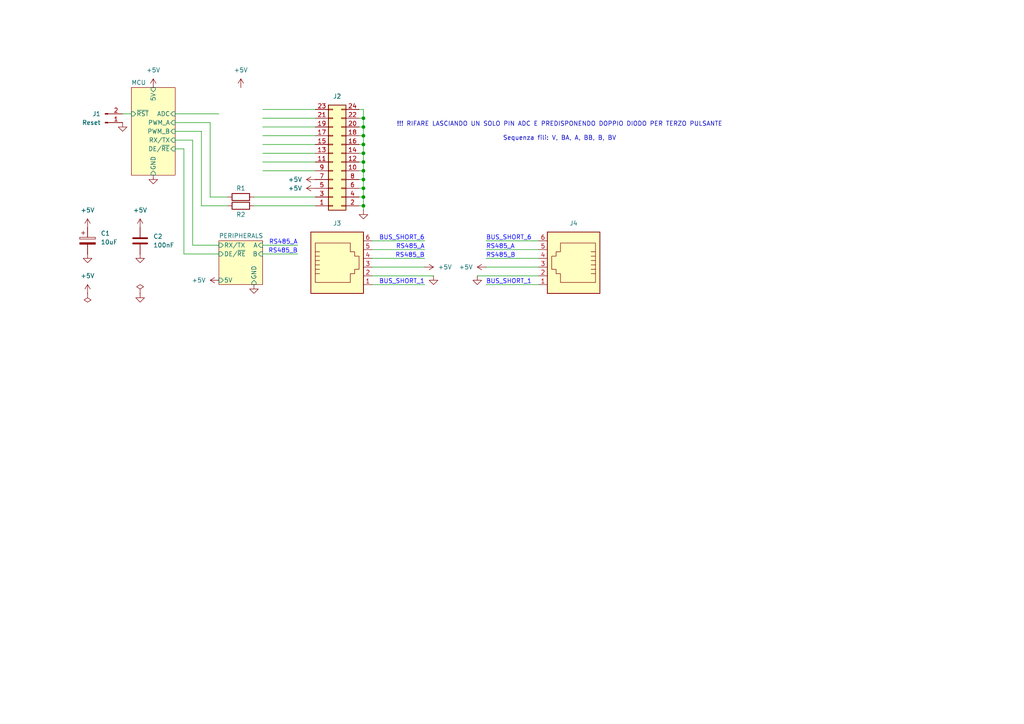
<source format=kicad_sch>
(kicad_sch (version 20231120) (generator "eeschema") (generator_version "8.0")
  (paper "A4")
  (title_block (title "Domoticata wall terminal") (date "2024-07-12") (rev "0.0.1") (company "Davide Scalisi"))
  (lib_symbols
    (symbol "Connector:6P6C" (pin_names (offset 1.016))
      (property "Reference" "J" (at -5.08 11.43 0))
      (property "Value" "6P6C" (at 2.54 11.43 0))
      (symbol "6P6C_0_1"
        (polyline (pts (xy -6.35 -1.905) (xy -5.08 -1.905) (xy -5.08 -1.905)))
        (polyline (pts (xy -6.35 -0.635) (xy -5.08 -0.635) (xy -5.08 -0.635)))
        (polyline (pts (xy -6.35 0.635) (xy -5.08 0.635) (xy -5.08 0.635)))
        (polyline (pts (xy -6.35 1.905) (xy -5.08 1.905) (xy -5.08 1.905)))
        (polyline (pts (xy -6.35 3.175) (xy -5.08 3.175) (xy -5.08 3.175)))
        (polyline (pts (xy -5.08 4.445) (xy -6.35 4.445) (xy -6.35 4.445)))
        (polyline (pts (xy -6.35 -4.445) (xy -6.35 6.985) (xy 3.81 6.985) (xy 3.81 4.445) (xy 5.08 4.445) (xy 5.08 3.175) (xy 6.35 3.175) (xy 6.35 -0.635) (xy 5.08 -0.635) (xy 5.08 -1.905) (xy 3.81 -1.905) (xy 3.81 -4.445) (xy -6.35 -4.445) (xy -6.35 -4.445)))
        (rectangle (start 7.62 10.16) (end -7.62 -7.62) (stroke (width 0.254)) (fill (type background)))
      )
      (symbol "6P6C_1_1"
        (pin passive line (at 10.16 -5.08 180) (length 2.54) (name "~") (number "1"))
        (pin passive line (at 10.16 -2.54 180) (length 2.54) (name "~") (number "2"))
        (pin passive line (at 10.16 0 180) (length 2.54) (name "~") (number "3"))
        (pin passive line (at 10.16 2.54 180) (length 2.54) (name "~") (number "4"))
        (pin passive line (at 10.16 5.08 180) (length 2.54) (name "~") (number "5"))
        (pin passive line (at 10.16 7.62 180) (length 2.54) (name "~") (number "6"))
      )
    )
    (symbol "Connector:Conn_01x02_Pin" (pin_names (offset 1.016) hide)
      (property "Reference" "J" (at 0 2.54 0))
      (property "Value" "Conn_01x02_Pin" (at 0 -5.08 0))
      (symbol "Conn_01x02_Pin_1_1"
        (polyline (pts (xy 1.27 -2.54) (xy 0.8636 -2.54)) (stroke (width 0.1524)))
        (polyline (pts (xy 1.27 0) (xy 0.8636 0)) (stroke (width 0.1524)))
        (rectangle (start 0.8636 -2.413) (end 0 -2.667) (stroke (width 0.1524)) (fill (type outline)))
        (rectangle (start 0.8636 0.127) (end 0 -0.127) (stroke (width 0.1524)) (fill (type outline)))
        (pin passive line (at 5.08 0 180) (length 3.81) (name "Pin_1") (number "1"))
        (pin passive line (at 5.08 -2.54 180) (length 3.81) (name "Pin_2") (number "2"))
      )
    )
    (symbol "Connector_Generic:Conn_02x12_Odd_Even" (pin_names (offset 1.016) hide)
      (property "Reference" "J" (at 1.27 15.24 0))
      (property "Value" "Conn_02x12_Odd_Even" (at 1.27 -17.78 0))
      (symbol "Conn_02x12_Odd_Even_1_1"
        (rectangle (start -1.27 -15.113) (end 0 -15.367) (stroke (width 0.1524)))
        (rectangle (start -1.27 -12.573) (end 0 -12.827) (stroke (width 0.1524)))
        (rectangle (start -1.27 -10.033) (end 0 -10.287) (stroke (width 0.1524)))
        (rectangle (start -1.27 -7.493) (end 0 -7.747) (stroke (width 0.1524)))
        (rectangle (start -1.27 -4.953) (end 0 -5.207) (stroke (width 0.1524)))
        (rectangle (start -1.27 -2.413) (end 0 -2.667) (stroke (width 0.1524)))
        (rectangle (start -1.27 0.127) (end 0 -0.127) (stroke (width 0.1524)))
        (rectangle (start -1.27 2.667) (end 0 2.413) (stroke (width 0.1524)))
        (rectangle (start -1.27 5.207) (end 0 4.953) (stroke (width 0.1524)))
        (rectangle (start -1.27 7.747) (end 0 7.493) (stroke (width 0.1524)))
        (rectangle (start -1.27 10.287) (end 0 10.033) (stroke (width 0.1524)))
        (rectangle (start -1.27 12.827) (end 0 12.573) (stroke (width 0.1524)))
        (rectangle (start -1.27 13.97) (end 3.81 -16.51) (stroke (width 0.254)) (fill (type background)))
        (rectangle (start 3.81 -15.113) (end 2.54 -15.367) (stroke (width 0.1524)))
        (rectangle (start 3.81 -12.573) (end 2.54 -12.827) (stroke (width 0.1524)))
        (rectangle (start 3.81 -10.033) (end 2.54 -10.287) (stroke (width 0.1524)))
        (rectangle (start 3.81 -7.493) (end 2.54 -7.747) (stroke (width 0.1524)))
        (rectangle (start 3.81 -4.953) (end 2.54 -5.207) (stroke (width 0.1524)))
        (rectangle (start 3.81 -2.413) (end 2.54 -2.667) (stroke (width 0.1524)))
        (rectangle (start 3.81 0.127) (end 2.54 -0.127) (stroke (width 0.1524)))
        (rectangle (start 3.81 2.667) (end 2.54 2.413) (stroke (width 0.1524)))
        (rectangle (start 3.81 5.207) (end 2.54 4.953) (stroke (width 0.1524)))
        (rectangle (start 3.81 7.747) (end 2.54 7.493) (stroke (width 0.1524)))
        (rectangle (start 3.81 10.287) (end 2.54 10.033) (stroke (width 0.1524)))
        (rectangle (start 3.81 12.827) (end 2.54 12.573) (stroke (width 0.1524)))
        (pin passive line (at -5.08 12.7 0) (length 3.81) (name "Pin_1") (number "1"))
        (pin passive line (at 7.62 2.54 180) (length 3.81) (name "Pin_10") (number "10"))
        (pin passive line (at -5.08 0 0) (length 3.81) (name "Pin_11") (number "11"))
        (pin passive line (at 7.62 0 180) (length 3.81) (name "Pin_12") (number "12"))
        (pin passive line (at -5.08 -2.54 0) (length 3.81) (name "Pin_13") (number "13"))
        (pin passive line (at 7.62 -2.54 180) (length 3.81) (name "Pin_14") (number "14"))
        (pin passive line (at -5.08 -5.08 0) (length 3.81) (name "Pin_15") (number "15"))
        (pin passive line (at 7.62 -5.08 180) (length 3.81) (name "Pin_16") (number "16"))
        (pin passive line (at -5.08 -7.62 0) (length 3.81) (name "Pin_17") (number "17"))
        (pin passive line (at 7.62 -7.62 180) (length 3.81) (name "Pin_18") (number "18"))
        (pin passive line (at -5.08 -10.16 0) (length 3.81) (name "Pin_19") (number "19"))
        (pin passive line (at 7.62 12.7 180) (length 3.81) (name "Pin_2") (number "2"))
        (pin passive line (at 7.62 -10.16 180) (length 3.81) (name "Pin_20") (number "20"))
        (pin passive line (at -5.08 -12.7 0) (length 3.81) (name "Pin_21") (number "21"))
        (pin passive line (at 7.62 -12.7 180) (length 3.81) (name "Pin_22") (number "22"))
        (pin passive line (at -5.08 -15.24 0) (length 3.81) (name "Pin_23") (number "23"))
        (pin passive line (at 7.62 -15.24 180) (length 3.81) (name "Pin_24") (number "24"))
        (pin passive line (at -5.08 10.16 0) (length 3.81) (name "Pin_3") (number "3"))
        (pin passive line (at 7.62 10.16 180) (length 3.81) (name "Pin_4") (number "4"))
        (pin passive line (at -5.08 7.62 0) (length 3.81) (name "Pin_5") (number "5"))
        (pin passive line (at 7.62 7.62 180) (length 3.81) (name "Pin_6") (number "6"))
        (pin passive line (at -5.08 5.08 0) (length 3.81) (name "Pin_7") (number "7"))
        (pin passive line (at 7.62 5.08 180) (length 3.81) (name "Pin_8") (number "8"))
        (pin passive line (at -5.08 2.54 0) (length 3.81) (name "Pin_9") (number "9"))
      )
    )
    (symbol "Device:C" (pin_numbers hide) (pin_names (offset 0.254))
      (property "Reference" "C" (at 0.635 2.54 0))
      (property "Value" "C" (at 0.635 -2.54 0))
      (symbol "C_0_1"
        (polyline (pts (xy -2.032 -0.762) (xy 2.032 -0.762)) (stroke (width 0.508)))
        (polyline (pts (xy -2.032 0.762) (xy 2.032 0.762)) (stroke (width 0.508)))
      )
      (symbol "C_1_1"
        (pin passive line (at 0 3.81 270) (length 2.794) (name "~") (number "1"))
        (pin passive line (at 0 -3.81 90) (length 2.794) (name "~") (number "2"))
      )
    )
    (symbol "Device:C_Polarized" (pin_numbers hide) (pin_names (offset 0.254))
      (property "Reference" "C" (at 0.635 2.54 0))
      (property "Value" "C_Polarized" (at 0.635 -2.54 0))
      (symbol "C_Polarized_0_1"
        (rectangle (start -2.286 0.508) (end 2.286 1.016))
        (polyline (pts (xy -1.778 2.286) (xy -0.762 2.286)))
        (polyline (pts (xy -1.27 2.794) (xy -1.27 1.778)))
        (rectangle (start 2.286 -0.508) (end -2.286 -1.016) (fill (type outline)))
      )
      (symbol "C_Polarized_1_1"
        (pin passive line (at 0 3.81 270) (length 2.794) (name "~") (number "1"))
        (pin passive line (at 0 -3.81 90) (length 2.794) (name "~") (number "2"))
      )
    )
    (symbol "Device:R" (pin_numbers hide) (pin_names (offset 0))
      (property "Reference" "R" (at 2.032 0 90))
      (property "Value" "R" (at 0 0 90))
      (symbol "R_0_1"
        (rectangle (start -1.016 -2.54) (end 1.016 2.54) (stroke (width 0.254)))
      )
      (symbol "R_1_1"
        (pin passive line (at 0 3.81 270) (length 1.27) (name "~") (number "1"))
        (pin passive line (at 0 -3.81 90) (length 1.27) (name "~") (number "2"))
      )
    )
    (symbol "power:+5V" (power) (pin_numbers hide) (pin_names (offset 0) hide)
      (property "Value" "+5V" (at 0 3.556 0))
      (symbol "+5V_0_1"
        (polyline (pts (xy -0.762 1.27) (xy 0 2.54)))
        (polyline (pts (xy 0 0) (xy 0 2.54)))
        (polyline (pts (xy 0 2.54) (xy 0.762 1.27)))
      )
      (symbol "+5V_1_1"
        (pin power_in line (at 0 0 90) (length 0) (name "~") (number "1"))
      )
    )
    (symbol "power:GND" (power) (pin_numbers hide) (pin_names (offset 0) hide)
      (property "Value" "GND" (at 0 -3.81 0))
      (symbol "GND_0_1"
        (polyline (pts (xy 0 0) (xy 0 -1.27) (xy 1.27 -1.27) (xy 0 -2.54) (xy -1.27 -1.27) (xy 0 -1.27)))
      )
      (symbol "GND_1_1"
        (pin power_in line (at 0 0 270) (length 0) (name "~") (number "1"))
      )
    )
    (symbol "power:PWR_FLAG" (power) (pin_numbers hide) (pin_names (offset 0) hide)
      (property "Value" "PWR_FLAG" (at 0 3.81 0))
      (symbol "PWR_FLAG_0_0"
        (pin power_out line (at 0 0 90) (length 0) (name "~") (number "1"))
      )
      (symbol "PWR_FLAG_0_1"
        (polyline (pts (xy 0 0) (xy 0 1.27) (xy -1.016 1.905) (xy 0 2.54) (xy 1.016 1.905) (xy 0 1.27)))
      )
    )
  )
  (junction (at 105.41 34.29))
  (junction (at 105.41 59.69))
  (junction (at 105.41 36.83))
  (junction (at 105.41 49.53))
  (junction (at 105.41 57.15))
  (junction (at 105.41 44.45))
  (junction (at 105.41 54.61))
  (junction (at 105.41 46.99))
  (junction (at 105.41 52.07))
  (junction (at 105.41 41.91))
  (junction (at 105.41 39.37))
  (wire (pts (xy 53.34 43.18) (xy 53.34 73.66)))
  (wire (pts (xy 50.8 40.64) (xy 55.88 40.64)))
  (wire (pts (xy 104.14 34.29) (xy 105.41 34.29)))
  (wire (pts (xy 76.2 49.53) (xy 91.44 49.53)))
  (wire (pts (xy 104.14 59.69) (xy 105.41 59.69)))
  (wire (pts (xy 91.44 59.69) (xy 73.66 59.69)))
  (wire (pts (xy 105.41 31.75) (xy 105.41 34.29)))
  (wire (pts (xy 35.56 33.02) (xy 38.1 33.02)))
  (wire (pts (xy 156.21 74.93) (xy 140.97 74.93)))
  (wire (pts (xy 76.2 71.12) (xy 86.36 71.12)))
  (wire (pts (xy 105.41 60.96) (xy 105.41 59.69)))
  (wire (pts (xy 156.21 69.85) (xy 140.97 69.85)))
  (wire (pts (xy 76.2 73.66) (xy 86.36 73.66)))
  (wire (pts (xy 73.66 57.15) (xy 91.44 57.15)))
  (wire (pts (xy 104.14 57.15) (xy 105.41 57.15)))
  (wire (pts (xy 76.2 31.75) (xy 91.44 31.75)))
  (wire (pts (xy 105.41 39.37) (xy 105.41 41.91)))
  (wire (pts (xy 156.21 72.39) (xy 140.97 72.39)))
  (wire (pts (xy 55.88 71.12) (xy 63.5 71.12)))
  (wire (pts (xy 104.14 54.61) (xy 105.41 54.61)))
  (wire (pts (xy 50.8 43.18) (xy 53.34 43.18)))
  (wire (pts (xy 104.14 44.45) (xy 105.41 44.45)))
  (wire (pts (xy 76.2 34.29) (xy 91.44 34.29)))
  (wire (pts (xy 104.14 31.75) (xy 105.41 31.75)))
  (wire (pts (xy 105.41 36.83) (xy 105.41 39.37)))
  (wire (pts (xy 53.34 73.66) (xy 63.5 73.66)))
  (wire (pts (xy 60.96 35.56) (xy 50.8 35.56)))
  (wire (pts (xy 50.8 33.02) (xy 63.5 33.02)))
  (wire (pts (xy 105.41 46.99) (xy 105.41 49.53)))
  (wire (pts (xy 156.21 80.01) (xy 138.43 80.01)))
  (wire (pts (xy 107.95 72.39) (xy 123.19 72.39)))
  (wire (pts (xy 156.21 82.55) (xy 140.97 82.55)))
  (wire (pts (xy 105.41 52.07) (xy 105.41 54.61)))
  (wire (pts (xy 107.95 82.55) (xy 123.19 82.55)))
  (wire (pts (xy 105.41 49.53) (xy 105.41 52.07)))
  (wire (pts (xy 107.95 80.01) (xy 125.73 80.01)))
  (wire (pts (xy 104.14 41.91) (xy 105.41 41.91)))
  (wire (pts (xy 76.2 41.91) (xy 91.44 41.91)))
  (wire (pts (xy 105.41 44.45) (xy 105.41 46.99)))
  (wire (pts (xy 76.2 46.99) (xy 91.44 46.99)))
  (wire (pts (xy 76.2 36.83) (xy 91.44 36.83)))
  (wire (pts (xy 104.14 46.99) (xy 105.41 46.99)))
  (wire (pts (xy 66.04 59.69) (xy 58.42 59.69)))
  (wire (pts (xy 58.42 38.1) (xy 50.8 38.1)))
  (wire (pts (xy 55.88 40.64) (xy 55.88 71.12)))
  (wire (pts (xy 105.41 54.61) (xy 105.41 57.15)))
  (wire (pts (xy 105.41 41.91) (xy 105.41 44.45)))
  (wire (pts (xy 107.95 74.93) (xy 123.19 74.93)))
  (wire (pts (xy 107.95 69.85) (xy 123.19 69.85)))
  (wire (pts (xy 156.21 77.47) (xy 140.97 77.47)))
  (wire (pts (xy 76.2 39.37) (xy 91.44 39.37)))
  (wire (pts (xy 60.96 57.15) (xy 66.04 57.15)))
  (wire (pts (xy 104.14 36.83) (xy 105.41 36.83)))
  (wire (pts (xy 105.41 57.15) (xy 105.41 59.69)))
  (wire (pts (xy 105.41 34.29) (xy 105.41 36.83)))
  (wire (pts (xy 104.14 49.53) (xy 105.41 49.53)))
  (wire (pts (xy 60.96 57.15) (xy 60.96 35.56)))
  (wire (pts (xy 104.14 39.37) (xy 105.41 39.37)))
  (wire (pts (xy 58.42 59.69) (xy 58.42 38.1)))
  (wire (pts (xy 104.14 52.07) (xy 105.41 52.07)))
  (wire (pts (xy 107.95 77.47) (xy 123.19 77.47)))
  (wire (pts (xy 76.2 44.45) (xy 91.44 44.45)))
  (text "!!! RIFARE LASCIANDO UN SOLO PIN ADC E PREDISPONENDO DOPPIO DIODO PER TERZO PULSANTE\n\nSequenza fili: V, BA, A, BB, B, BV" (at 162.306 38.1 0) (effects (font (size 1.27 1.27))))
  (label "RS485_A" (at 123.19 72.39 180))
  (label "BUS_SHORT_1" (at 123.19 82.55 180))
  (label "RS485_B" (at 140.97 74.93 0))
  (label "RS485_B" (at 123.19 74.93 180))
  (label "RS485_A" (at 86.36 71.12 180))
  (label "BUS_SHORT_6" (at 123.19 69.85 180))
  (label "BUS_SHORT_1" (at 140.97 82.55 0))
  (label "BUS_SHORT_6" (at 140.97 69.85 0))
  (label "RS485_A" (at 140.97 72.39 0))
  (label "RS485_B" (at 86.36 73.66 180))
  (symbol (lib_id "power:+5V") (at 44.45 25.4 0) (unit 1)
    (property "Reference" "#PWR08" (effects (hide yes)))
    (property "Value" "+5V" (at 44.45 20.32 0))
    (property "Description" "Power symbol creates a global label with name \"+5V\"" (effects (hide yes)))
  )
  (symbol (lib_id "power:PWR_FLAG") (at 25.4 85.09 180) (unit 1)
    (property "Reference" "#FLG01" (effects (hide yes)))
    (property "Value" "PWR_FLAG" (effects (hide yes)))
    (property "Description" "Special symbol for telling ERC where power comes from" (effects (hide yes)))
  )
  (symbol (lib_id "power:+5V") (at 91.44 52.07 90) (unit 1)
    (property "Reference" "#PWR013" (effects (hide yes)))
    (property "Value" "+5V" (at 87.63 52.0699 90) (effects (justify left)))
    (property "Description" "Power symbol creates a global label with name \"+5V\"" (effects (hide yes)))
  )
  (symbol (lib_id "power:GND") (at 25.4 73.66 0) (unit 1)
    (property "Reference" "#PWR02" (effects (hide yes)))
    (property "Value" "GND" (effects (hide yes)))
    (property "Description" "Power symbol creates a global label with name \"GND\" , ground" (effects (hide yes)))
  )
  (symbol (lib_id "Device:R") (at 69.85 57.15 270) (unit 1)
    (property "Reference" "R1" (at 69.85 54.61 90))
    (property "Value" "R" (effects (hide yes)))
    (property "Footprint" "Resistor_THT:R_Axial_DIN0207_L6.3mm_D2.5mm_P2.54mm_Vertical" (effects (hide yes)))
    (property "Description" "Resistor" (effects (hide yes)))
  )
  (symbol (lib_id "Connector:6P6C") (at 166.37 77.47 0) (mirror y) (unit 1)
    (property "Reference" "J4" (at 166.37 64.77 0))
    (property "Value" "6P6C" (effects (hide yes)))
    (property "Footprint" "Connector_RJ:RJ25_Wayconn_MJEA-660X1_Horizontal" (effects (hide yes)))
    (property "Description" "RJ connector, 6P6C (6 positions 6 connected), RJ12/RJ18/RJ25" (effects (hide yes)))
  )
  (symbol (lib_id "power:GND") (at 105.41 60.96 0) (unit 1)
    (property "Reference" "#PWR015" (effects (hide yes)))
    (property "Value" "GND" (effects (hide yes)))
    (property "Description" "Power symbol creates a global label with name \"GND\" , ground" (effects (hide yes)))
  )
  (symbol (lib_id "Connector:Conn_01x02_Pin") (at 30.48 35.56 0) (mirror x) (unit 1)
    (property "Reference" "J1" (at 29.21 33.0199 0) (effects (justify right)))
    (property "Value" "Reset" (at 29.21 35.5599 0) (effects (justify right)))
    (property "Footprint" "Connector_PinHeader_2.54mm:PinHeader_1x02_P2.54mm_Vertical" (effects (hide yes)))
    (property "Description" "Generic connector, single row, 01x02, script generated" (effects (hide yes)))
  )
  (symbol (lib_id "Connector:6P6C") (at 97.79 77.47 0) (unit 1)
    (property "Reference" "J3" (at 97.79 64.77 0))
    (property "Value" "6P6C" (effects (hide yes)))
    (property "Footprint" "Connector_RJ:RJ25_Wayconn_MJEA-660X1_Horizontal" (effects (hide yes)))
    (property "Description" "RJ connector, 6P6C (6 positions 6 connected), RJ12/RJ18/RJ25" (effects (hide yes)))
  )
  (symbol (lib_id "Device:C") (at 40.64 69.85 0) (unit 1)
    (property "Reference" "C2" (at 44.45 68.5799 0) (effects (justify left)))
    (property "Value" "100nF" (at 44.45 71.1199 0) (effects (justify left)))
    (property "Footprint" "Capacitor_THT:C_Rect_L7.2mm_W2.5mm_P5.00mm_FKS2_FKP2_MKS2_MKP2" (effects (hide yes)))
    (property "Description" "Unpolarized capacitor" (effects (hide yes)))
  )
  (symbol (lib_id "power:+5V") (at 25.4 66.04 0) (unit 1)
    (property "Reference" "#PWR01" (effects (hide yes)))
    (property "Value" "+5V" (at 25.4 60.96 0))
    (property "Description" "Power symbol creates a global label with name \"+5V\"" (effects (hide yes)))
  )
  (symbol (lib_id "power:+5V") (at 69.85 25.4 0) (unit 1)
    (property "Reference" "#PWR011" (effects (hide yes)))
    (property "Value" "+5V" (at 69.85 20.32 0))
    (property "Description" "Power symbol creates a global label with name \"+5V\"" (effects (hide yes)))
  )
  (symbol (lib_id "power:+5V") (at 91.44 54.61 90) (unit 1)
    (property "Reference" "#PWR014" (effects (hide yes)))
    (property "Value" "+5V" (at 87.63 54.6099 90) (effects (justify left)))
    (property "Description" "Power symbol creates a global label with name \"+5V\"" (effects (hide yes)))
  )
  (symbol (lib_id "power:+5V") (at 123.19 77.47 270) (unit 1)
    (property "Reference" "#PWR016" (effects (hide yes)))
    (property "Value" "+5V" (at 127 77.4699 90) (effects (justify left)))
    (property "Description" "Power symbol creates a global label with name \"+5V\"" (effects (hide yes)))
  )
  (symbol (lib_id "power:+5V") (at 40.64 66.04 0) (unit 1)
    (property "Reference" "#PWR05" (effects (hide yes)))
    (property "Value" "+5V" (at 40.64 60.96 0))
    (property "Description" "Power symbol creates a global label with name \"+5V\"" (effects (hide yes)))
  )
  (symbol (lib_id "power:GND") (at 40.64 85.09 0) (unit 1)
    (property "Reference" "#PWR07" (effects (hide yes)))
    (property "Value" "GND" (effects (hide yes)))
    (property "Description" "Power symbol creates a global label with name \"GND\" , ground" (effects (hide yes)))
  )
  (symbol (lib_id "power:GND") (at 125.73 80.01 0) (unit 1)
    (property "Reference" "#PWR017" (effects (hide yes)))
    (property "Value" "GND" (effects (hide yes)))
    (property "Description" "Power symbol creates a global label with name \"GND\" , ground" (effects (hide yes)))
  )
  (symbol (lib_id "power:+5V") (at 140.97 77.47 90) (mirror x) (unit 1)
    (property "Reference" "#PWR019" (effects (hide yes)))
    (property "Value" "+5V" (at 137.16 77.4699 90) (effects (justify left)))
    (property "Description" "Power symbol creates a global label with name \"+5V\"" (effects (hide yes)))
  )
  (symbol (lib_id "Device:C_Polarized") (at 25.4 69.85 0) (unit 1)
    (property "Reference" "C1" (at 29.21 67.6909 0) (effects (justify left)))
    (property "Value" "10uF" (at 29.21 70.2309 0) (effects (justify left)))
    (property "Footprint" "Capacitor_THT:CP_Radial_D5.0mm_P2.50mm" (effects (hide yes)))
    (property "Description" "Polarized capacitor" (effects (hide yes)))
  )
  (symbol (lib_id "power:+5V") (at 25.4 85.09 0) (unit 1)
    (property "Reference" "#PWR03" (effects (hide yes)))
    (property "Value" "+5V" (at 25.4 80.01 0))
    (property "Description" "Power symbol creates a global label with name \"+5V\"" (effects (hide yes)))
  )
  (symbol (lib_id "power:+5V") (at 63.5 81.28 90) (unit 1)
    (property "Reference" "#PWR010" (effects (hide yes)))
    (property "Value" "+5V" (at 59.69 81.2799 90) (effects (justify left)))
    (property "Description" "Power symbol creates a global label with name \"+5V\"" (effects (hide yes)))
  )
  (symbol (lib_id "power:PWR_FLAG") (at 40.64 85.09 0) (unit 1)
    (property "Reference" "#FLG02" (effects (hide yes)))
    (property "Value" "PWR_FLAG" (effects (hide yes)))
    (property "Description" "Special symbol for telling ERC where power comes from" (effects (hide yes)))
  )
  (symbol (lib_id "power:GND") (at 73.66 82.55 0) (unit 1)
    (property "Reference" "#PWR012" (effects (hide yes)))
    (property "Value" "GND" (effects (hide yes)))
    (property "Description" "Power symbol creates a global label with name \"GND\" , ground" (effects (hide yes)))
  )
  (symbol (lib_id "power:GND") (at 35.56 35.56 0) (mirror y) (unit 1)
    (property "Reference" "#PWR04" (effects (hide yes)))
    (property "Value" "GND" (effects (hide yes)))
    (property "Description" "Power symbol creates a global label with name \"GND\" , ground" (effects (hide yes)))
  )
  (symbol (lib_id "Device:R") (at 69.85 59.69 90) (mirror x) (unit 1)
    (property "Reference" "R2" (at 69.85 62.23 90))
    (property "Value" "R" (effects (hide yes)))
    (property "Footprint" "Resistor_THT:R_Axial_DIN0207_L6.3mm_D2.5mm_P2.54mm_Vertical" (effects (hide yes)))
    (property "Description" "Resistor" (effects (hide yes)))
  )
  (symbol (lib_id "power:GND") (at 40.64 73.66 0) (unit 1)
    (property "Reference" "#PWR06" (effects (hide yes)))
    (property "Value" "GND" (effects (hide yes)))
    (property "Description" "Power symbol creates a global label with name \"GND\" , ground" (effects (hide yes)))
  )
  (symbol (lib_id "power:GND") (at 138.43 80.01 0) (mirror y) (unit 1)
    (property "Reference" "#PWR018" (effects (hide yes)))
    (property "Value" "GND" (effects (hide yes)))
    (property "Description" "Power symbol creates a global label with name \"GND\" , ground" (effects (hide yes)))
  )
  (symbol (lib_id "Connector_Generic:Conn_02x12_Odd_Even") (at 96.52 46.99 0) (mirror x) (unit 1)
    (property "Reference" "J2" (at 97.79 27.94 0))
    (property "Value" "Conn_02x12_Odd_Even" (effects (hide yes)))
    (property "Footprint" "Connector_PinHeader_2.54mm:PinHeader_2x12_P2.54mm_Vertical" (effects (hide yes)))
    (property "Description" "Generic connector, double row, 02x12, odd/even pin numbering scheme (row 1 odd numbers, row 2 even numbers), script generated (kicad-library-utils/schlib/autogen/connector/)" (effects (hide yes)))
  )
  (symbol (lib_id "power:GND") (at 44.45 50.8 0) (unit 1)
    (property "Reference" "#PWR09" (effects (hide yes)))
    (property "Value" "GND" (effects (hide yes)))
    (property "Description" "Power symbol creates a global label with name \"GND\" , ground" (effects (hide yes)))
  )
  (sheet (at 63.5 69.85) (size 12.7 12.7) (stroke (width 0.1524)) (fill (color 255 255 194 1.0000))
    (property "Sheetname" "PERIPHERALS" (at 63.5 69.1384 0) (effects (justify left bottom)))
    (property "Sheetfile" "peripherals.kicad_sch" (effects (hide yes)))
    (pin "GND" input (at 73.66 82.55 270))
    (pin "5V" input (at 63.5 81.28 180))
    (pin "DE{slash}~{RE}" input (at 63.5 73.66 180))
    (pin "RX{slash}TX" input (at 63.5 71.12 180))
    (pin "B" input (at 76.2 73.66 0))
    (pin "A" input (at 76.2 71.12 0))
  )
  (sheet (at 63.5 25.4) (size 12.7 25.4) (stroke (width 0.1524)) (fill (color 255 255 194 1.0000))
    (property "Sheetname" "IN" (at 63.5 24.6884 0) (effects (justify left bottom)))
    (property "Sheetfile" "in.kicad_sch" (effects (hide yes)))
    (pin "S4" input (at 76.2 39.37 0))
    (pin "S3" input (at 76.2 36.83 0))
    (pin "5V" input (at 69.85 25.4 90))
    (pin "S2" input (at 76.2 34.29 0))
    (pin "S1" input (at 76.2 31.75 0))
    (pin "S5" input (at 76.2 41.91 0))
    (pin "S6" input (at 76.2 44.45 0))
    (pin "S8" input (at 76.2 49.53 0))
    (pin "S7" input (at 76.2 46.99 0))
    (pin "ADC" input (at 63.5 33.02 180))
  )
  (sheet (at 38.1 25.4) (size 12.7 25.4) (stroke (width 0.1524)) (fill (color 255 255 194 1.0000))
    (property "Sheetname" "MCU" (at 38.1 24.6884 0) (effects (justify left bottom)))
    (property "Sheetfile" "mcu.kicad_sch" (effects (hide yes)))
    (pin "5V" input (at 44.45 25.4 90))
    (pin "DE{slash}~{RE}" input (at 50.8 43.18 0))
    (pin "PWM_A" input (at 50.8 35.56 0))
    (pin "PWM_B" input (at 50.8 38.1 0))
    (pin "RX{slash}TX" input (at 50.8 40.64 0))
    (pin "ADC" input (at 50.8 33.02 0))
    (pin "GND" input (at 44.45 50.8 270))
    (pin "~{RST}" input (at 38.1 33.02 180))
  )
)
</source>
